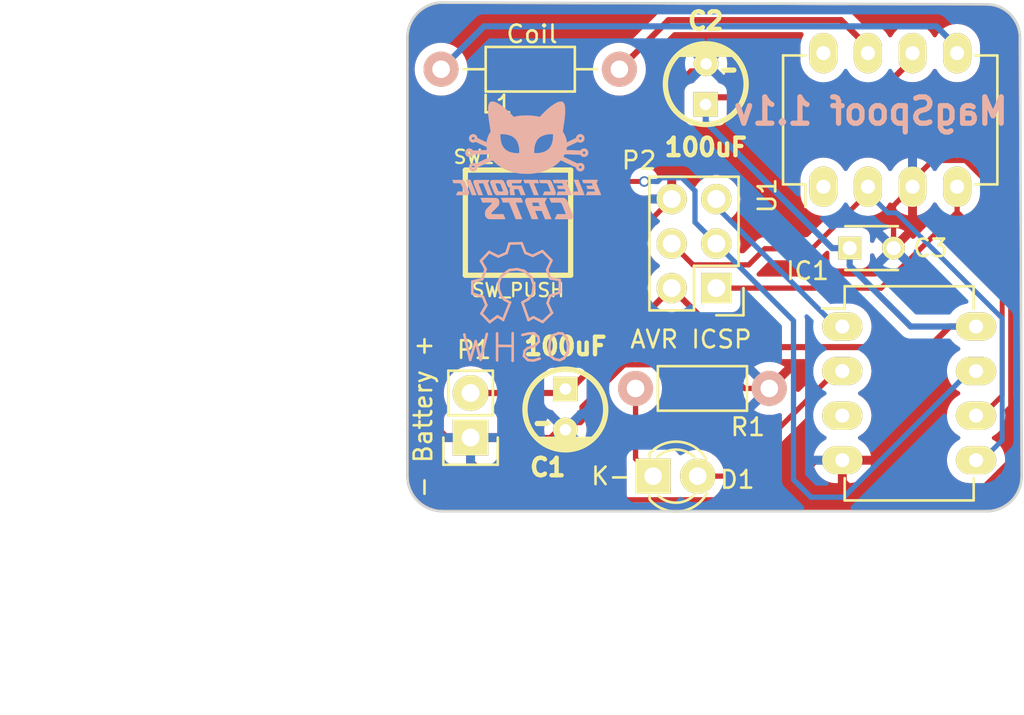
<source format=kicad_pcb>
(kicad_pcb (version 20221018) (generator pcbnew)
  (title_block (title "MagSpoof") (date "2016-07-09") (rev "1.1") (company "Electronic Cats") (comment 1 "Andres Sabas"))
  (layers (0 "F.Cu" signal) (31 "B.Cu" signal) (34 "B.Paste" user) (35 "F.Paste" user) (36 "B.SilkS" user "B.Silkscreen") (37 "F.SilkS" user "F.Silkscreen") (38 "B.Mask" user) (39 "F.Mask" user) (44 "Edge.Cuts" user))
  (net 0 "")
  (net 1 "VCC")
  (net 2 "GND")
  (net 3 "Net-(D1-Pad1)")
  (net 4 "Net-(D1-Pad2)")
  (net 5 "/RST")
  (net 6 "Net-(IC1-Pad3)")
  (net 7 "/MOSI")
  (net 8 "/MISO")
  (net 9 "/SCK")
  (net 10 "Net-(L1-Pad1)")
  (net 11 "Net-(L1-Pad2)")
  (net 12 "Net-(U1-Pad1)")
  (net 13 "Net-(U1-Pad8)")
  (footprint "Housings_DIP:DIP-8_W7.62mm_LongPads" (layer "F.Cu") (at 127.78 97.47)
    (fp_text reference "IC1" (at -1.98 -3.17) (layer "F.SilkS"))
    (fp_text value "ATTINY85-P")
    (pad "1" thru_hole oval (at 0 0) (size 2.3 1.6) (drill 0.8) (layers "*.Cu" "*.Mask" "F.SilkS") (net 5 "/RST"))
    (pad "2" thru_hole oval (at 0 2.54) (size 2.3 1.6) (drill 0.8) (layers "*.Cu" "*.Mask" "F.SilkS") (net 4 "Net-(D1-Pad2)"))
    (pad "3" thru_hole oval (at 0 5.08) (size 2.3 1.6) (drill 0.8) (layers "*.Cu" "*.Mask" "F.SilkS") (net 6 "Net-(IC1-Pad3)"))
    (pad "4" thru_hole oval (at 0 7.62) (size 2.3 1.6) (drill 0.8) (layers "*.Cu" "*.Mask" "F.SilkS") (net 2 "GND"))
    (pad "5" thru_hole oval (at 7.62 7.62) (size 2.3 1.6) (drill 0.8) (layers "*.Cu" "*.Mask" "F.SilkS") (net 7 "/MOSI"))
    (pad "6" thru_hole oval (at 7.62 5.08) (size 2.3 1.6) (drill 0.8) (layers "*.Cu" "*.Mask" "F.SilkS") (net 8 "/MISO"))
    (pad "7" thru_hole oval (at 7.62 2.54) (size 2.3 1.6) (drill 0.8) (layers "*.Cu" "*.Mask" "F.SilkS") (net 9 "/SCK"))
    (pad "8" thru_hole oval (at 7.62 0) (size 2.3 1.6) (drill 0.8) (layers "*.Cu" "*.Mask" "F.SilkS") (net 1 "VCC"))
  )
  (footprint "Resistors_ThroughHole:Resistor_Horizontal_RM10mm" (layer "F.Cu") (at 110 82.8 180)
    (fp_text reference "L1" (at 1.9 -2 180) (layer "F.SilkS"))
    (fp_text value "Coil" (at -0.1 2 180) (layer "F.SilkS"))
    (pad "1" thru_hole circle (at -5.08 0 180) (size 1.99898 1.99898) (drill 1.00076) (layers "*.Cu" "*.SilkS" "*.Mask") (net 10 "Net-(L1-Pad1)"))
    (pad "2" thru_hole circle (at 5.08 0 180) (size 1.99898 1.99898) (drill 1.00076) (layers "*.Cu" "*.SilkS" "*.Mask") (net 11 "Net-(L1-Pad2)"))
  )
  (footprint "Pin_Headers:Pin_Header_Straight_1x02" (layer "F.Cu") (at 106.6 103.8 180)
    (fp_text reference "P1" (at -0.2 5 180) (layer "F.SilkS"))
    (fp_text value "- Battery +" (at 2.7 1.2 270) (layer "F.SilkS"))
    (pad "1" thru_hole rect (at 0 0 180) (size 2.032 2.032) (drill 1.016) (layers "*.Cu" "*.Mask" "F.SilkS") (net 2 "GND"))
    (pad "2" thru_hole oval (at 0 2.54 180) (size 2.032 2.032) (drill 1.016) (layers "*.Cu" "*.Mask" "F.SilkS") (net 1 "VCC"))
  )
  (footprint "Pin_Headers:Pin_Header_Straight_2x03" (layer "F.Cu") (at 120.6 95.28 180)
    (fp_text reference "P2" (at 4.4 7.28 180) (layer "F.SilkS"))
    (fp_text value "AVR ICSP" (at 1.44 -2.92 180) (layer "F.SilkS"))
    (pad "1" thru_hole rect (at 0 0 180) (size 1.7272 1.7272) (drill 1.016) (layers "*.Cu" "*.Mask" "F.SilkS") (net 8 "/MISO"))
    (pad "2" thru_hole oval (at 2.54 0 180) (size 1.7272 1.7272) (drill 1.016) (layers "*.Cu" "*.Mask" "F.SilkS") (net 1 "VCC"))
    (pad "3" thru_hole oval (at 0 2.54 180) (size 1.7272 1.7272) (drill 1.016) (layers "*.Cu" "*.Mask" "F.SilkS") (net 9 "/SCK"))
    (pad "4" thru_hole oval (at 2.54 2.54 180) (size 1.7272 1.7272) (drill 1.016) (layers "*.Cu" "*.Mask" "F.SilkS") (net 7 "/MOSI"))
    (pad "5" thru_hole oval (at 0 5.08 180) (size 1.7272 1.7272) (drill 1.016) (layers "*.Cu" "*.Mask" "F.SilkS") (net 5 "/RST"))
    (pad "6" thru_hole oval (at 2.54 5.08 180) (size 1.7272 1.7272) (drill 1.016) (layers "*.Cu" "*.Mask" "F.SilkS") (net 2 "GND"))
  )
  (footprint "open-project:SW_PUSH_SMD" (layer "F.Cu") (at 109.30204 91.5479)
    (fp_text reference "SW1" (at -2.50204 -3.7479) (layer "F.SilkS") (effects (font (size 0.762 0.762) (thickness 0.127))))
    (fp_text value "SW_PUSH" (at 0 3.85) (layer "F.SilkS") (effects (font (size 0.762 0.762) (thickness 0.127))))
    (pad "1" smd rect (at -3.99796 -2.2479) (size 1.5494 1.2954) (layers "F.Cu" "F.Paste" "F.Mask") (net 9 "/SCK"))
    (pad "1" smd rect (at 3.99796 -2.2479) (size 1.5494 1.2954) (layers "F.Cu" "F.Paste" "F.Mask") (net 9 "/SCK"))
    (pad "2" smd rect (at -3.99796 2.2479) (size 1.5494 1.2954) (layers "F.Cu" "F.Paste" "F.Mask") (net 2 "GND"))
    (pad "2" smd rect (at 3.99796 2.2479) (size 1.5494 1.2954) (layers "F.Cu" "F.Paste" "F.Mask") (net 2 "GND"))
  )
  (footprint "Housings_DIP:DIP-8_W7.62mm_LongPads" (layer "F.Cu") (at 126.7 89.5 90)
    (fp_text reference "U1" (at -0.5 -3.2 90) (layer "F.SilkS"))
    (fp_text value "TC4424")
    (pad "1" thru_hole oval (at 0 0 90) (size 2.3 1.6) (drill 0.8) (layers "*.Cu" "*.Mask" "F.SilkS") (net 12 "Net-(U1-Pad1)"))
    (pad "2" thru_hole oval (at 0 2.54 90) (size 2.3 1.6) (drill 0.8) (layers "*.Cu" "*.Mask" "F.SilkS") (net 7 "/MOSI"))
    (pad "3" thru_hole oval (at 0 5.08 90) (size 2.3 1.6) (drill 0.8) (layers "*.Cu" "*.Mask" "F.SilkS") (net 2 "GND"))
    (pad "4" thru_hole oval (at 0 7.62 90) (size 2.3 1.6) (drill 0.8) (layers "*.Cu" "*.Mask" "F.SilkS") (net 8 "/MISO"))
    (pad "5" thru_hole oval (at 7.62 7.62 90) (size 2.3 1.6) (drill 0.8) (layers "*.Cu" "*.Mask" "F.SilkS") (net 11 "Net-(L1-Pad2)"))
    (pad "6" thru_hole oval (at 7.62 5.08 90) (size 2.3 1.6) (drill 0.8) (layers "*.Cu" "*.Mask" "F.SilkS") (net 1 "VCC"))
    (pad "7" thru_hole oval (at 7.62 2.54 90) (size 2.3 1.6) (drill 0.8) (layers "*.Cu" "*.Mask" "F.SilkS") (net 10 "Net-(L1-Pad1)"))
    (pad "8" thru_hole oval (at 7.62 0 90) (size 2.3 1.6) (drill 0.8) (layers "*.Cu" "*.Mask" "F.SilkS") (net 13 "Net-(U1-Pad8)"))
  )
  (footprint "Capacitors_ThroughHole:C_Disc_D3_P2.5" (layer "F.Cu") (at 128.2 93)
    (fp_text reference "C3" (at 4.6 0) (layer "F.SilkS"))
    (fp_text value "0.1uF")
    (pad "1" thru_hole rect (at 0 0) (size 1.3 1.3) (drill 0.8) (layers "*.Cu" "*.Mask" "F.SilkS") (net 1 "VCC"))
    (pad "2" thru_hole circle (at 2.5 0) (size 1.3 1.3) (drill 0.8001) (layers "*.Cu" "*.Mask" "F.SilkS") (net 2 "GND"))
  )
  (footprint "theinventorhouse:CP_4x5mm" (layer "F.Cu") (at 112 102.2 180)
    (fp_text reference "C1" (at 1 -3.3 180) (layer "F.SilkS") (effects (font (thickness 0.25))))
    (fp_text value "100uF" (at 0 3.6 180) (layer "F.SilkS") (effects (font (thickness 0.25))))
    (pad "1" thru_hole rect (at 0 1.17 180) (size 1.4 1.4) (drill 0.65) (layers "*.Cu" "*.Mask" "F.SilkS") (net 1 "VCC"))
    (pad "2" thru_hole circle (at 0 -1.16 180) (size 1.4 1.4) (drill 0.65) (layers "*.Cu" "*.Mask" "F.SilkS") (net 2 "GND"))
  )
  (footprint "theinventorhouse:CP_4x5mm" (layer "F.Cu") (at 120 83.65)
    (fp_text reference "C2" (at 0 -3.6) (layer "F.SilkS") (effects (font (thickness 0.25))))
    (fp_text value "100uF" (at 0 3.6) (layer "F.SilkS") (effects (font (thickness 0.25))))
    (pad "1" thru_hole rect (at -0.01 1.16) (size 1.4 1.4) (drill 0.65) (layers "*.Cu" "*.Mask" "F.SilkS") (net 1 "VCC"))
    (pad "2" thru_hole circle (at 0.02 -1.16) (size 1.4 1.4) (drill 0.65) (layers "*.Cu" "*.Mask" "F.SilkS") (net 2 "GND"))
  )
  (footprint "LEDs:LED-3MM" (layer "F.Cu") (at 117 106)
    (fp_text reference "D1" (at 4.8 0.2) (layer "F.SilkS"))
    (fp_text value "LED")
    (fp_text user "K-" (at -2.4 0) (layer "F.SilkS"))
    (pad "1" thru_hole rect (at 0 0 90) (size 2 2) (drill 1.00076) (layers "*.Cu" "*.Mask" "F.SilkS") (net 3 "Net-(D1-Pad1)"))
    (pad "2" thru_hole circle (at 2.54 0) (size 2 2) (drill 1.00076) (layers "*.Cu" "*.Mask" "F.SilkS") (net 4 "Net-(D1-Pad2)"))
  )
  (footprint "Resistors_ThroughHole:Resistor_Horizontal_RM7mm" (layer "F.Cu") (at 116 101)
    (fp_text reference "R1" (at 6.4 2.2) (layer "F.SilkS"))
    (fp_text value "330")
    (pad "1" thru_hole circle (at 0 0) (size 1.99898 1.99898) (drill 1.00076) (layers "*.Cu" "*.SilkS" "*.Mask") (net 3 "Net-(D1-Pad1)"))
    (pad "2" thru_hole circle (at 7.62 0) (size 1.99898 1.99898) (drill 1.00076) (layers "*.Cu" "*.SilkS" "*.Mask") (net 2 "GND"))
  )
  (footprint "Symbols:Symbol_OSHW-Logo_SilkScreen" (layer "B.Cu") (at 109.2 95.2 180)
    (fp_text reference "" (at 0.09906 4.38912 180) (layer "B.SilkS") (effects (justify mirror)))
    (fp_text value "OSHW-Logo")
  )
  (footprint "theinventorhouse:electronic_cats_logo_8x6" (layer "B.Cu") (at 109.8 88 180)
    (fp_text reference "G***" hide)
    (fp_text value "LOGO" hide)
  )
  (gr_line (start 103 106) (end 103 81.1) (stroke (width 0.15)) (layer "Edge.Cuts"))
  (gr_line (start 137.9 81) (end 138 106) (stroke (width 0.15)) (layer "Edge.Cuts"))
  (gr_arc (start 138 106) (mid 137.414214 107.414214) (end 136 108) (stroke (width 0.15)) (layer "Edge.Cuts"))
  (gr_arc (start 136 79.1) (mid 137.343503 79.656497) (end 137.9 81) (stroke (width 0.15)) (layer "Edge.Cuts"))
  (gr_line (start 104.9 79) (end 136 79.1) (stroke (width 0.15)) (layer "Edge.Cuts"))
  (gr_arc (start 103 81.1) (mid 103.516672 79.654734) (end 104.904751 78.999768) (stroke (width 0.15)) (layer "Edge.Cuts"))
  (gr_line (start 136 108) (end 105 108) (stroke (width 0.15)) (layer "Edge.Cuts"))
  (gr_arc (start 105 108) (mid 103.585786 107.414214) (end 103 106) (stroke (width 0.15)) (layer "Edge.Cuts"))
  (gr_text "MagSpoof 1.1v" (at 129.4 85.2) (layer "B.SilkS") (effects (font (size 1.5 1.4) (thickness 0.3)) (justify mirror)))
  (segment (start 106.76 101.3) (end 106.6 101.46) (width 0.28) (layer "F.Cu") (net 1))
  (segment (start 131.78 81.88) (end 131.202217 81.88) (width 0.28) (layer "F.Cu") (net 1))
  (segment (start 120 84.4) (end 129.61 84.4) (width 0.35) (layer "F.Cu") (net 1))
  (segment (start 106.6 101.26) (end 111.81 101.26) (width 0.35) (layer "F.Cu") (net 1))
  (segment (start 135.4 97.47) (end 135.05 97.47) (width 0.28) (layer "F.Cu") (net 1))
  (segment (start 118.06 95.28) (end 121.42501 98.64501) (width 0.35) (layer "F.Cu") (net 1))
  (segment (start 121.42501 98.64501) (end 132.72499 98.64501) (width 0.35) (layer "F.Cu") (net 1))
  (segment (start 131.78 82.23) (end 131.78 81.88) (width 0.35) (layer "F.Cu") (net 1))
  (segment (start 132.72499 98.64501) (end 133.9 97.47) (width 0.35) (layer "F.Cu") (net 1))
  (segment (start 129.61 84.4) (end 131.78 82.23) (width 0.35) (layer "F.Cu") (net 1))
  (segment (start 111.81 101.26) (end 112 101.45) (width 0.35) (layer "F.Cu") (net 1))
  (segment (start 118.06 95.28) (end 112 101.34) (width 0.35) (layer "F.Cu") (net 1))
  (segment (start 133.9 97.47) (end 135.4 97.47) (width 0.35) (layer "F.Cu") (net 1))
  (segment (start 112 101.34) (end 112 101.45) (width 0.35) (layer "F.Cu") (net 1))
  (segment (start 135.75 97.47) (end 135.4 97.47) (width 0.28) (layer "F.Cu") (net 1))
  (segment (start 127.2 93) (end 120 85.8) (width 0.35) (layer "B.Cu") (net 1))
  (segment (start 128.2 94) (end 128.2 93) (width 0.35) (layer "B.Cu") (net 1))
  (segment (start 128.2 93) (end 127.2 93) (width 0.35) (layer "B.Cu") (net 1))
  (segment (start 120 85.35) (end 120 84.4) (width 0.35) (layer "B.Cu") (net 1))
  (segment (start 120 85.8) (end 120 85.35) (width 0.35) (layer "B.Cu") (net 1))
  (segment (start 135.4 97.47) (end 131.67 97.47) (width 0.35) (layer "B.Cu") (net 1))
  (segment (start 131.67 97.47) (end 128.2 94) (width 0.35) (layer "B.Cu") (net 1))
  (segment (start 123.62 101) (end 122.206508 101) (width 0.3) (layer "F.Cu") (net 2))
  (segment (start 118.06 83.991472) (end 118.06 88.978686) (width 0.3) (layer "F.Cu") (net 2))
  (segment (start 134.796349 87.99999) (end 137.38002 90.583661) (width 0.3) (layer "F.Cu") (net 2))
  (segment (start 106.6 103.8) (end 111.15 103.8) (width 0.3) (layer "F.Cu") (net 2))
  (segment (start 127.78 105.09) (end 126.33 105.09) (width 0.3) (layer "F.Cu") (net 2))
  (segment (start 130.7 90.58) (end 131.78 89.5) (width 0.3) (layer "F.Cu") (net 2))
  (segment (start 131.78 89.15) (end 131.78 89.5) (width 0.28) (layer "F.Cu") (net 2))
  (segment (start 137.38002 90.583661) (end 137.38002 105.086339) (width 0.3) (layer "F.Cu") (net 2))
  (segment (start 116.578686 91.681314) (end 118.06 90.2) (width 0.3) (layer "F.Cu") (net 2))
  (segment (start 103.4 100) (end 105.30408 98.09592) (width 0.3) (layer "F.Cu") (net 2))
  (segment (start 120.857017 99.650509) (end 115.352243 99.650509) (width 0.3) (layer "F.Cu") (net 2))
  (segment (start 106.6 105.116) (end 106.6 103.8) (width 0.3) (layer "F.Cu") (net 2))
  (segment (start 116.578686 91.7) (end 116.578686 91.681314) (width 0.3) (layer "F.Cu") (net 2))
  (segment (start 105.30408 98.09592) (end 105.30408 93.7958) (width 0.3) (layer "F.Cu") (net 2))
  (segment (start 113.3 92.8681) (end 114.4681 91.7) (width 0.28) (layer "F.Cu") (net 2))
  (segment (start 119.151472 82.9) (end 118.06 83.991472) (width 0.3) (layer "F.Cu") (net 2))
  (segment (start 112.950001 102.848527) (end 112.848528 102.95) (width 0.3) (layer "F.Cu") (net 2))
  (segment (start 131.78 89.15) (end 132.93001 87.99999) (width 0.3) (layer "F.Cu") (net 2))
  (segment (start 120 82.9) (end 119.151472 82.9) (width 0.3) (layer "F.Cu") (net 2))
  (segment (start 103.4 101.916) (end 103.4 100) (width 0.3) (layer "F.Cu") (net 2))
  (segment (start 127.57 105.3) (end 127.78 105.09) (width 0.28) (layer "F.Cu") (net 2))
  (segment (start 122.206508 101) (end 120.857017 99.650509) (width 0.3) (layer "F.Cu") (net 2))
  (segment (start 113.3 93.7958) (end 113.3 92.8681) (width 0.28) (layer "F.Cu") (net 2))
  (segment (start 105.284 103.8) (end 103.4 101.916) (width 0.3) (layer "F.Cu") (net 2))
  (segment (start 118.06 88.978686) (end 118.06 90.2) (width 0.3) (layer "F.Cu") (net 2))
  (segment (start 115.352243 99.650509) (end 112.950001 102.052751) (width 0.3) (layer "F.Cu") (net 2))
  (segment (start 137.38002 105.086339) (end 135.266359 107.2) (width 0.3) (layer "F.Cu") (net 2))
  (segment (start 112.848528 102.95) (end 112 102.95) (width 0.3) (layer "F.Cu") (net 2))
  (segment (start 112.950001 102.052751) (end 112.950001 102.848527) (width 0.3) (layer "F.Cu") (net 2))
  (segment (start 106.6 103.8) (end 105.284 103.8) (width 0.3) (layer "F.Cu") (net 2))
  (segment (start 124.069999 107.350001) (end 108.834001 107.350001) (width 0.3) (layer "F.Cu") (net 2))
  (segment (start 127.78 106.19) (end 127.78 105.09) (width 0.3) (layer "F.Cu") (net 2))
  (segment (start 105.30408 93.7958) (end 113.3 93.7958) (width 0.28) (layer "F.Cu") (net 2))
  (segment (start 128.79 107.2) (end 127.78 106.19) (width 0.3) (layer "F.Cu") (net 2))
  (segment (start 106.9 104.3) (end 106.6 104) (width 0.28) (layer "F.Cu") (net 2))
  (segment (start 135.266359 107.2) (end 128.79 107.2) (width 0.3) (layer "F.Cu") (net 2))
  (segment (start 114.4681 91.7) (end 116.578686 91.7) (width 0.28) (layer "F.Cu") (net 2))
  (segment (start 111.15 103.8) (end 112 102.95) (width 0.3) (layer "F.Cu") (net 2))
  (segment (start 132.93001 87.99999) (end 134.796349 87.99999) (width 0.3) (layer "F.Cu") (net 2))
  (segment (start 130.7 93) (end 130.7 90.58) (width 0.3) (layer "F.Cu") (net 2))
  (segment (start 126.33 105.09) (end 124.069999 107.350001) (width 0.3) (layer "F.Cu") (net 2))
  (segment (start 108.834001 107.350001) (end 106.6 105.116) (width 0.3) (layer "F.Cu") (net 2))
  (segment (start 116 101) (end 116 105) (width 0.3) (layer "F.Cu") (net 3))
  (segment (start 116 105) (end 117 106) (width 0.3) (layer "F.Cu") (net 3))
  (segment (start 121.44 106) (end 127.43 100.01) (width 0.3) (layer "F.Cu") (net 4))
  (segment (start 127.43 100.01) (end 127.78 100.01) (width 0.3) (layer "F.Cu") (net 4))
  (segment (start 119.54 106) (end 121.44 106) (width 0.3) (layer "F.Cu") (net 4))
  (segment (start 127.78 97.47) (end 127.43 97.47) (width 0.3) (layer "B.Cu") (net 5))
  (segment (start 127.43 97.47) (end 120.6 90.64) (width 0.3) (layer "B.Cu") (net 5))
  (segment (start 120.6 90.64) (end 120.6 90.2) (width 0.3) (layer "B.Cu") (net 5))
  (segment (start 129.24 89.85) (end 126.053601 93.036399) (width 0.28) (layer "F.Cu") (net 7))
  (segment (start 118.923599 93.603599) (end 118.06 92.74) (width 0.3) (layer "F.Cu") (net 7))
  (segment (start 129.24 89.5) (end 129.24 89.85) (width 0.28) (layer "F.Cu") (net 7))
  (segment (start 119.273601 93.953601) (end 118.923599 93.603599) (width 0.3) (layer "F.Cu") (net 7))
  (segment (start 122.446399 93.953601) (end 119.273601 93.953601) (width 0.3) (layer "F.Cu") (net 7))
  (segment (start 126.053601 93.036399) (end 123.363601 93.036399) (width 0.3) (layer "F.Cu") (net 7))
  (segment (start 123.363601 93.036399) (end 122.446399 93.953601) (width 0.3) (layer "F.Cu") (net 7))
  (segment (start 130.38001 90.99001) (end 130.882227 90.99001) (width 0.28) (layer "B.Cu") (net 7))
  (segment (start 135.75 105.09) (end 135.4 105.09) (width 0.28) (layer "B.Cu") (net 7))
  (segment (start 129.24 89.5) (end 129.24 89.85) (width 0.28) (layer "B.Cu") (net 7))
  (segment (start 130.882227 90.99001) (end 136.89001 96.997793) (width 0.28) (layer "B.Cu") (net 7))
  (segment (start 129.24 89.85) (end 130.38001 90.99001) (width 0.28) (layer "B.Cu") (net 7))
  (segment (start 135.4 105.09) (end 135.4 104.512217) (width 0.28) (layer "B.Cu") (net 7))
  (segment (start 136.89001 96.997793) (end 136.89001 103.94999) (width 0.28) (layer "B.Cu") (net 7))
  (segment (start 136.89001 103.94999) (end 135.75 105.09) (width 0.28) (layer "B.Cu") (net 7))
  (segment (start 135.4 105.09) (end 135.05 105.09) (width 0.28) (layer "B.Cu") (net 7))
  (segment (start 136.89001 93.50001) (end 136.89001 101.40999) (width 0.28) (layer "F.Cu") (net 8))
  (segment (start 136.89001 101.40999) (end 135.75 102.55) (width 0.28) (layer "F.Cu") (net 8))
  (segment (start 129.99 95.28) (end 134.32 90.95) (width 0.3) (layer "F.Cu") (net 8))
  (segment (start 134.32 90.95) (end 134.32 89.5) (width 0.3) (layer "F.Cu") (net 8))
  (segment (start 135.75 102.55) (end 135.4 102.55) (width 0.28) (layer "F.Cu") (net 8))
  (segment (start 134.32 90.93) (end 136.89001 93.50001) (width 0.28) (layer "F.Cu") (net 8))
  (segment (start 134.32 89.5) (end 134.32 90.93) (width 0.28) (layer "F.Cu") (net 8))
  (segment (start 120.6 95.28) (end 129.99 95.28) (width 0.3) (layer "F.Cu") (net 8))
  (segment (start 113.4 89.2) (end 113.3 89.3) (width 0.28) (layer "F.Cu") (net 9))
  (segment (start 106.35878 89.3) (end 113.3 89.3) (width 0.28) (layer "F.Cu") (net 9))
  (segment (start 105.30408 89.3) (end 106.35878 89.3) (width 0.28) (layer "F.Cu") (net 9))
  (segment (start 116.5 89.2) (end 113.4 89.2) (width 0.28) (layer "F.Cu") (net 9))
  (via (at 116.5 89.2) (size 0.6) (drill 0.4) (layers "F.Cu" "B.Cu") (net 9))
  (segment (start 118.642529 88.986399) (end 119.386399 89.730269) (width 0.3) (layer "B.Cu") (net 9))
  (segment (start 125 106.2) (end 125.04001 106.24001) (width 0.3) (layer "B.Cu") (net 9))
  (segment (start 117.08133 89.2) (end 117.26387 89.2) (width 0.3) (layer "B.Cu") (net 9))
  (segment (start 120.6 92.74) (end 125 97.14) (width 0.3) (layer "B.Cu") (net 9))
  (segment (start 117.477471 88.986399) (end 118.642529 88.986399) (width 0.3) (layer "B.Cu") (net 9))
  (segment (start 135.05 100.01) (end 135.4 100.01) (width 0.3) (layer "B.Cu") (net 9))
  (segment (start 116.924264 89.2) (end 116.5 89.2) (width 0.28) (layer "B.Cu") (net 9))
  (segment (start 117.08133 89.2) (end 116.924264 89.2) (width 0.28) (layer "B.Cu") (net 9))
  (segment (start 125 97.14) (end 125 106.2) (width 0.3) (layer "B.Cu") (net 9))
  (segment (start 117.26387 89.2) (end 117.477471 88.986399) (width 0.3) (layer "B.Cu") (net 9))
  (segment (start 125.04001 106.24001) (end 126 107.2) (width 0.3) (layer "B.Cu") (net 9))
  (segment (start 119.386399 89.730269) (end 119.386399 91.526399) (width 0.3) (layer "B.Cu") (net 9))
  (segment (start 119.736401 91.876401) (end 120.6 92.74) (width 0.3) (layer "B.Cu") (net 9))
  (segment (start 135.75 100.01) (end 135.4 100.01) (width 0.28) (layer "B.Cu") (net 9))
  (segment (start 126 107.2) (end 127.86 107.2) (width 0.3) (layer "B.Cu") (net 9))
  (segment (start 119.386399 91.526399) (end 119.736401 91.876401) (width 0.3) (layer "B.Cu") (net 9))
  (segment (start 127.86 107.2) (end 135.05 100.01) (width 0.3) (layer "B.Cu") (net 9))
  (segment (start 127.71 80) (end 117.88 80) (width 0.35) (layer "F.Cu") (net 10))
  (segment (start 129.24 81.88) (end 129.24 81.53) (width 0.35) (layer "F.Cu") (net 10))
  (segment (start 129.24 81.53) (end 127.71 80) (width 0.35) (layer "F.Cu") (net 10))
  (segment (start 117.88 80) (end 115.08 82.8) (width 0.35) (layer "F.Cu") (net 10))
  (segment (start 107.36501 80.35499) (end 104.92 82.8) (width 0.35) (layer "B.Cu") (net 11))
  (segment (start 134.32 81.53) (end 133.14499 80.35499) (width 0.35) (layer "B.Cu") (net 11))
  (segment (start 133.14499 80.35499) (end 107.36501 80.35499) (width 0.35) (layer "B.Cu") (net 11))
  (segment (start 134.32 81.88) (end 134.32 81.53) (width 0.35) (layer "B.Cu") (net 11))
  (zone (net 2) (net_name "GND") (layer "F.Cu") (connect_pads (clearance 0.508)) (min_thickness 0.254) (fill yes (thermal_gap 0.508) (thermal_bridge_width 0.508))
    (polygon (pts (xy 103 79) (xy 137.9 79.1) (xy 138 108.1) (xy 102.9 108.1)))
  )
  (zone (net 2) (net_name "GND") (layer "B.Cu") (connect_pads (clearance 0.508)) (min_thickness 0.254) (fill yes (thermal_gap 0.508) (thermal_bridge_width 0.508))
    (polygon (pts (xy 103 79) (xy 137.9 79) (xy 138 108) (xy 102.9 108.1)))
  )
)
</source>
